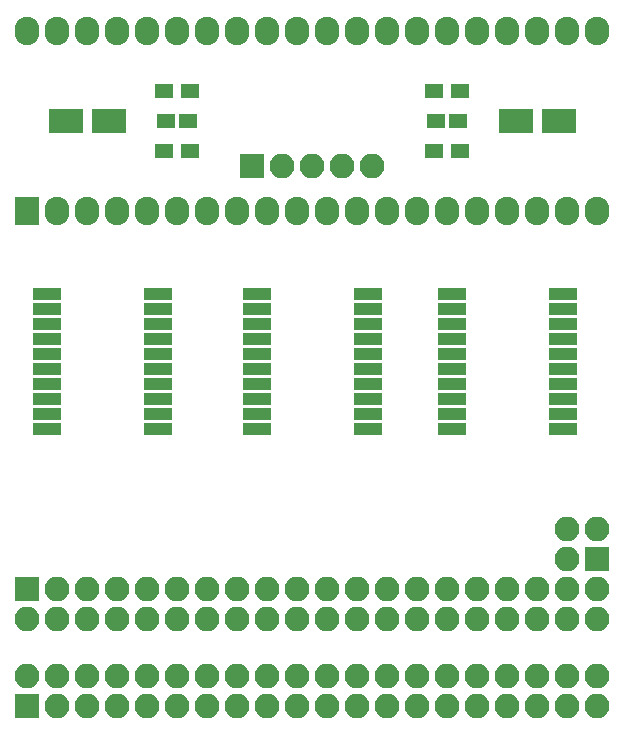
<source format=gbr>
G04 #@! TF.FileFunction,Soldermask,Top*
%FSLAX46Y46*%
G04 Gerber Fmt 4.6, Leading zero omitted, Abs format (unit mm)*
G04 Created by KiCad (PCBNEW 4.0.7) date 11/25/18 19:30:54*
%MOMM*%
%LPD*%
G01*
G04 APERTURE LIST*
%ADD10C,0.100000*%
%ADD11R,1.600000X1.150000*%
%ADD12R,3.000000X2.000000*%
%ADD13R,2.100000X2.100000*%
%ADD14O,2.100000X2.100000*%
%ADD15R,1.600000X1.300000*%
%ADD16R,2.350000X1.000000*%
%ADD17R,2.100000X2.400000*%
%ADD18O,2.100000X2.400000*%
G04 APERTURE END LIST*
D10*
D11*
X162240000Y-69850000D03*
X160340000Y-69850000D03*
D12*
X167110000Y-69850000D03*
X170710000Y-69850000D03*
D11*
X137480000Y-69850000D03*
X139380000Y-69850000D03*
D12*
X132610000Y-69850000D03*
X129010000Y-69850000D03*
D13*
X125730000Y-109474000D03*
D14*
X125730000Y-112014000D03*
X128270000Y-109474000D03*
X128270000Y-112014000D03*
X130810000Y-109474000D03*
X130810000Y-112014000D03*
X133350000Y-109474000D03*
X133350000Y-112014000D03*
X135890000Y-109474000D03*
X135890000Y-112014000D03*
X138430000Y-109474000D03*
X138430000Y-112014000D03*
X140970000Y-109474000D03*
X140970000Y-112014000D03*
X143510000Y-109474000D03*
X143510000Y-112014000D03*
X146050000Y-109474000D03*
X146050000Y-112014000D03*
X148590000Y-109474000D03*
X148590000Y-112014000D03*
X151130000Y-109474000D03*
X151130000Y-112014000D03*
X153670000Y-109474000D03*
X153670000Y-112014000D03*
X156210000Y-109474000D03*
X156210000Y-112014000D03*
X158750000Y-109474000D03*
X158750000Y-112014000D03*
X161290000Y-109474000D03*
X161290000Y-112014000D03*
X163830000Y-109474000D03*
X163830000Y-112014000D03*
X166370000Y-109474000D03*
X166370000Y-112014000D03*
X168910000Y-109474000D03*
X168910000Y-112014000D03*
X171450000Y-109474000D03*
X171450000Y-112014000D03*
X173990000Y-109474000D03*
X173990000Y-112014000D03*
D13*
X173990000Y-106934000D03*
D14*
X171450000Y-106934000D03*
X173990000Y-104394000D03*
X171450000Y-104394000D03*
D13*
X144780000Y-73660000D03*
D14*
X147320000Y-73660000D03*
X149860000Y-73660000D03*
X152400000Y-73660000D03*
X154940000Y-73660000D03*
D15*
X162390000Y-72390000D03*
X160190000Y-72390000D03*
X162390000Y-67310000D03*
X160190000Y-67310000D03*
X137330000Y-72390000D03*
X139530000Y-72390000D03*
X137330000Y-67310000D03*
X139530000Y-67310000D03*
D16*
X127380000Y-84455000D03*
X127380000Y-85725000D03*
X127380000Y-86995000D03*
X127380000Y-88265000D03*
X127380000Y-89535000D03*
X127380000Y-90805000D03*
X127380000Y-92075000D03*
X127380000Y-93345000D03*
X127380000Y-94615000D03*
X127380000Y-95885000D03*
X136780000Y-95885000D03*
X136780000Y-94615000D03*
X136780000Y-93345000D03*
X136780000Y-92075000D03*
X136780000Y-90805000D03*
X136780000Y-89535000D03*
X136780000Y-88265000D03*
X136780000Y-86995000D03*
X136780000Y-85725000D03*
X136780000Y-84455000D03*
X145160000Y-84455000D03*
X145160000Y-85725000D03*
X145160000Y-86995000D03*
X145160000Y-88265000D03*
X145160000Y-89535000D03*
X145160000Y-90805000D03*
X145160000Y-92075000D03*
X145160000Y-93345000D03*
X145160000Y-94615000D03*
X145160000Y-95885000D03*
X154560000Y-95885000D03*
X154560000Y-94615000D03*
X154560000Y-93345000D03*
X154560000Y-92075000D03*
X154560000Y-90805000D03*
X154560000Y-89535000D03*
X154560000Y-88265000D03*
X154560000Y-86995000D03*
X154560000Y-85725000D03*
X154560000Y-84455000D03*
D17*
X125730000Y-77470000D03*
D18*
X173990000Y-62230000D03*
X128270000Y-77470000D03*
X171450000Y-62230000D03*
X130810000Y-77470000D03*
X168910000Y-62230000D03*
X133350000Y-77470000D03*
X166370000Y-62230000D03*
X135890000Y-77470000D03*
X163830000Y-62230000D03*
X138430000Y-77470000D03*
X161290000Y-62230000D03*
X140970000Y-77470000D03*
X158750000Y-62230000D03*
X143510000Y-77470000D03*
X156210000Y-62230000D03*
X146050000Y-77470000D03*
X153670000Y-62230000D03*
X148590000Y-77470000D03*
X151130000Y-62230000D03*
X151130000Y-77470000D03*
X148590000Y-62230000D03*
X153670000Y-77470000D03*
X146050000Y-62230000D03*
X156210000Y-77470000D03*
X143510000Y-62230000D03*
X158750000Y-77470000D03*
X140970000Y-62230000D03*
X161290000Y-77470000D03*
X138430000Y-62230000D03*
X163830000Y-77470000D03*
X135890000Y-62230000D03*
X166370000Y-77470000D03*
X133350000Y-62230000D03*
X168910000Y-77470000D03*
X130810000Y-62230000D03*
X171450000Y-77470000D03*
X128270000Y-62230000D03*
X173990000Y-77470000D03*
X125730000Y-62230000D03*
D16*
X161670000Y-84455000D03*
X161670000Y-85725000D03*
X161670000Y-86995000D03*
X161670000Y-88265000D03*
X161670000Y-89535000D03*
X161670000Y-90805000D03*
X161670000Y-92075000D03*
X161670000Y-93345000D03*
X161670000Y-94615000D03*
X161670000Y-95885000D03*
X171070000Y-95885000D03*
X171070000Y-94615000D03*
X171070000Y-93345000D03*
X171070000Y-92075000D03*
X171070000Y-90805000D03*
X171070000Y-89535000D03*
X171070000Y-88265000D03*
X171070000Y-86995000D03*
X171070000Y-85725000D03*
X171070000Y-84455000D03*
D13*
X125730000Y-119380000D03*
D14*
X125730000Y-116840000D03*
X128270000Y-119380000D03*
X128270000Y-116840000D03*
X130810000Y-119380000D03*
X130810000Y-116840000D03*
X133350000Y-119380000D03*
X133350000Y-116840000D03*
X135890000Y-119380000D03*
X135890000Y-116840000D03*
X138430000Y-119380000D03*
X138430000Y-116840000D03*
X140970000Y-119380000D03*
X140970000Y-116840000D03*
X143510000Y-119380000D03*
X143510000Y-116840000D03*
X146050000Y-119380000D03*
X146050000Y-116840000D03*
X148590000Y-119380000D03*
X148590000Y-116840000D03*
X151130000Y-119380000D03*
X151130000Y-116840000D03*
X153670000Y-119380000D03*
X153670000Y-116840000D03*
X156210000Y-119380000D03*
X156210000Y-116840000D03*
X158750000Y-119380000D03*
X158750000Y-116840000D03*
X161290000Y-119380000D03*
X161290000Y-116840000D03*
X163830000Y-119380000D03*
X163830000Y-116840000D03*
X166370000Y-119380000D03*
X166370000Y-116840000D03*
X168910000Y-119380000D03*
X168910000Y-116840000D03*
X171450000Y-119380000D03*
X171450000Y-116840000D03*
X173990000Y-119380000D03*
X173990000Y-116840000D03*
M02*

</source>
